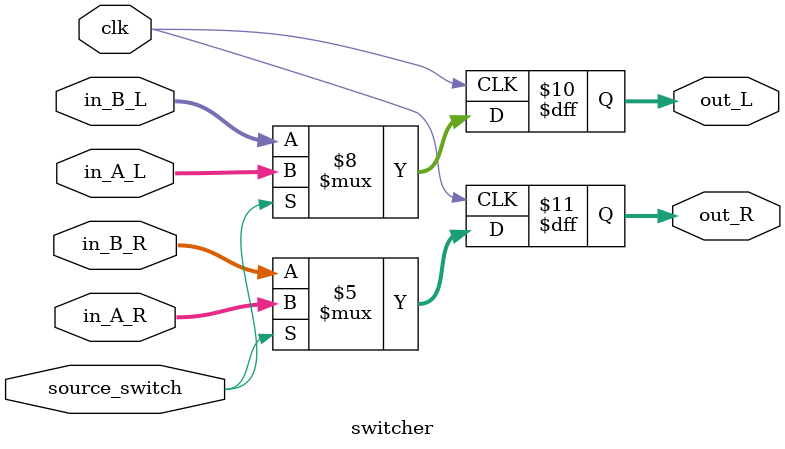
<source format=v>
`timescale 1ns / 1ps

module switcher(
	input clk,
	input source_switch,
    input [15:0] in_A_L,
    input [15:0] in_A_R,
    input [15:0] in_B_L,
    input [15:0] in_B_R,
    output reg [15:0] out_L,
    output reg [15:0] out_R
    );

	initial begin
		out_L = 0;
		out_R = 0;
	end

	always@ (posedge(clk))
	begin
		if (source_switch == 1'b1) begin
		 	out_L <= in_A_L;
		 	out_R <= in_A_R;
		end else begin
			out_L <= in_B_L;
		 	out_R <= in_B_R;
		end 
	end

endmodule

</source>
